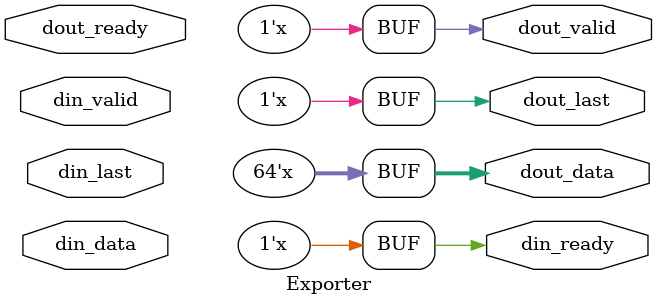
<source format=v>
module Exporter (
    input wire[63:0] din_data,
    input wire din_last,
    output wire din_ready,
    input wire din_valid,
    output wire[63:0] dout_data,
    output wire dout_last,
    input wire dout_ready,
    output wire dout_valid
);
    assign din_ready = 1'bx;
    assign dout_data = 64'bxxxxxxxxxxxxxxxxxxxxxxxxxxxxxxxxxxxxxxxxxxxxxxxxxxxxxxxxxxxxxxxx;
    assign dout_last = 1'bx;
    assign dout_valid = 1'bx;
endmodule
</source>
